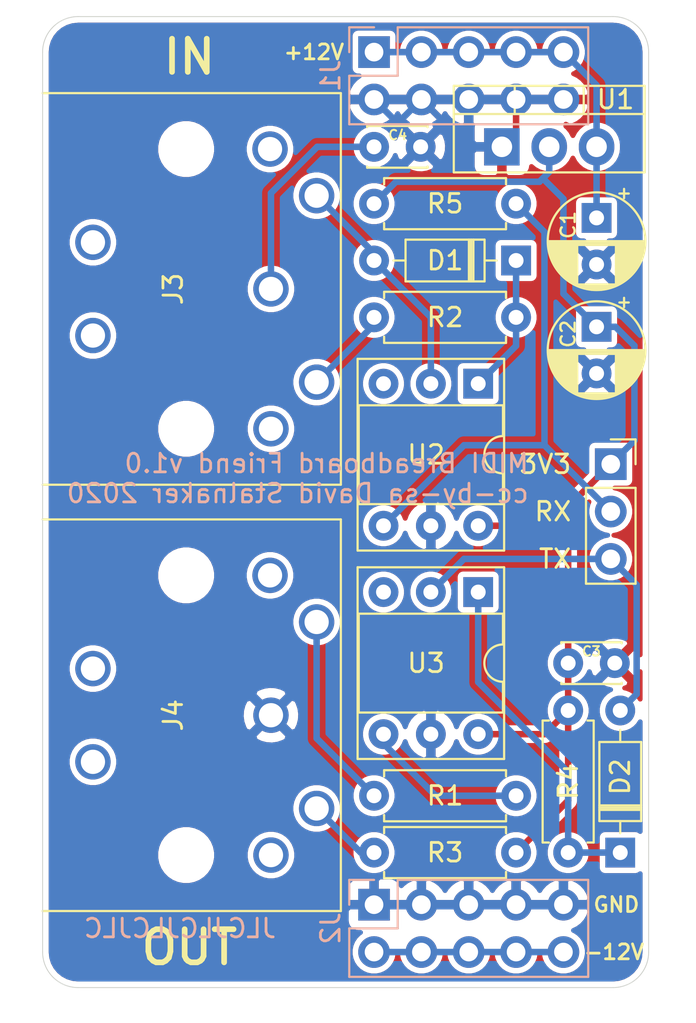
<source format=kicad_pcb>
(kicad_pcb (version 20171130) (host pcbnew "(5.1.6-0-10_14)")
  (layers (0 F.Cu signal) (31 B.Cu signal) (34 B.Paste user) (35 F.Paste user) (36 B.SilkS user) (37 F.SilkS user) (38 B.Mask user) (39 F.Mask user) (44 Edge.Cuts user))
  (net 0 "")
  (net 1 +12V)
  (net 2 GND)
  (net 3 VCC)
  (net 4 "Net-(C4-Pad1)")
  (net 5 "Net-(D1-Pad1)")
  (net 6 "Net-(D1-Pad2)")
  (net 7 -12V)
  (net 8 "Net-(J3-Pad4)")
  (net 9 "Net-(J4-Pad5)")
  (net 10 "Net-(J4-Pad4)")
  (net 11 "Net-(J5-Pad2)")
  (net 12 "Net-(D2-Pad1)")
  (net 13 "Net-(D2-Pad2)")
  (net 14 "Net-(R1-Pad1)")
  (module Capacitor_THT:C_Disc_D3.0mm_W2.0mm_P2.50mm (layer F.Cu) (at 152.654 121.666)
    (fp_text reference C3 (at 1.25 -0.635) (layer F.SilkS) (effects (font (size 0.508 0.508) (thickness 0.1016))))
    (fp_text value 100n)
    (fp_line (start -0.37 -1.12) (end 2.87 -1.12) (layer F.SilkS) (width 0.12))
    (fp_line (start -0.37 1.12) (end 2.87 1.12) (layer F.SilkS) (width 0.12))
    (fp_line (start -0.37 -1.12) (end -0.37 -1.055) (layer F.SilkS) (width 0.12))
    (fp_line (start -0.37 1.055) (end -0.37 1.12) (layer F.SilkS) (width 0.12))
    (fp_line (start 2.87 -1.12) (end 2.87 -1.055) (layer F.SilkS) (width 0.12))
    (fp_line (start 2.87 1.055) (end 2.87 1.12) (layer F.SilkS) (width 0.12))
    (pad 2 thru_hole circle (at 2.5 0) (size 1.6 1.6) (drill 0.8) (layers *.Cu *.Mask) (net 2 GND))
    (pad 1 thru_hole circle (at 0 0) (size 1.6 1.6) (drill 0.8) (layers *.Cu *.Mask) (net 3 VCC))
  )
  (module Capacitor_THT:C_Disc_D3.0mm_W2.0mm_P2.50mm (layer F.Cu) (at 142.24 93.98)
    (fp_text reference C4 (at 1.27 -0.635) (layer F.SilkS) (effects (font (size 0.508 0.508) (thickness 0.1016))))
    (fp_text value 100n)
    (fp_line (start 2.87 1.055) (end 2.87 1.12) (layer F.SilkS) (width 0.12))
    (fp_line (start 2.87 -1.12) (end 2.87 -1.055) (layer F.SilkS) (width 0.12))
    (fp_line (start -0.37 1.055) (end -0.37 1.12) (layer F.SilkS) (width 0.12))
    (fp_line (start -0.37 -1.12) (end -0.37 -1.055) (layer F.SilkS) (width 0.12))
    (fp_line (start -0.37 1.12) (end 2.87 1.12) (layer F.SilkS) (width 0.12))
    (fp_line (start -0.37 -1.12) (end 2.87 -1.12) (layer F.SilkS) (width 0.12))
    (pad 1 thru_hole circle (at 0 0) (size 1.6 1.6) (drill 0.8) (layers *.Cu *.Mask) (net 4 "Net-(C4-Pad1)"))
    (pad 2 thru_hole circle (at 2.5 0) (size 1.6 1.6) (drill 0.8) (layers *.Cu *.Mask) (net 2 GND))
  )
  (module Diode_THT:D_DO-35_SOD27_P7.62mm_Horizontal (layer F.Cu) (at 149.86 100.076 180)
    (fp_text reference D1 (at 3.81 0) (layer F.SilkS))
    (fp_text value D_Small)
    (fp_line (start 2.29 -1.12) (end 2.29 1.12) (layer F.SilkS) (width 0.12))
    (fp_line (start 2.53 -1.12) (end 2.53 1.12) (layer F.SilkS) (width 0.12))
    (fp_line (start 2.41 -1.12) (end 2.41 1.12) (layer F.SilkS) (width 0.12))
    (fp_line (start 6.58 0) (end 5.93 0) (layer F.SilkS) (width 0.12))
    (fp_line (start 1.04 0) (end 1.69 0) (layer F.SilkS) (width 0.12))
    (fp_line (start 5.93 -1.12) (end 1.69 -1.12) (layer F.SilkS) (width 0.12))
    (fp_line (start 5.93 1.12) (end 5.93 -1.12) (layer F.SilkS) (width 0.12))
    (fp_line (start 1.69 1.12) (end 5.93 1.12) (layer F.SilkS) (width 0.12))
    (fp_line (start 1.69 -1.12) (end 1.69 1.12) (layer F.SilkS) (width 0.12))
    (pad 1 thru_hole rect (at 0 0 180) (size 1.6 1.6) (drill 0.8) (layers *.Cu *.Mask) (net 5 "Net-(D1-Pad1)"))
    (pad 2 thru_hole oval (at 7.62 0 180) (size 1.6 1.6) (drill 0.8) (layers *.Cu *.Mask) (net 6 "Net-(D1-Pad2)"))
  )
  (module Connector_PinHeader_2.54mm:PinHeader_2x05_P2.54mm_Vertical (layer B.Cu) (at 142.24 88.9 270)
    (fp_text reference J1 (at 1.27 2.33 270) (layer B.SilkS) (effects (justify mirror)))
    (fp_text value Conn_02x05_Odd_Even)
    (fp_line (start -1.33 1.33) (end 0 1.33) (layer B.SilkS) (width 0.12))
    (fp_line (start -1.33 0) (end -1.33 1.33) (layer B.SilkS) (width 0.12))
    (fp_line (start 1.27 1.33) (end 3.87 1.33) (layer B.SilkS) (width 0.12))
    (fp_line (start 1.27 -1.27) (end 1.27 1.33) (layer B.SilkS) (width 0.12))
    (fp_line (start -1.33 -1.27) (end 1.27 -1.27) (layer B.SilkS) (width 0.12))
    (fp_line (start 3.87 1.33) (end 3.87 -11.49) (layer B.SilkS) (width 0.12))
    (fp_line (start -1.33 -1.27) (end -1.33 -11.49) (layer B.SilkS) (width 0.12))
    (fp_line (start -1.33 -11.49) (end 3.87 -11.49) (layer B.SilkS) (width 0.12))
    (pad 1 thru_hole rect (at 0 0 270) (size 1.7 1.7) (drill 1) (layers *.Cu *.Mask) (net 1 +12V))
    (pad 2 thru_hole oval (at 2.54 0 270) (size 1.7 1.7) (drill 1) (layers *.Cu *.Mask) (net 2 GND))
    (pad 3 thru_hole oval (at 0 -2.54 270) (size 1.7 1.7) (drill 1) (layers *.Cu *.Mask) (net 1 +12V))
    (pad 4 thru_hole oval (at 2.54 -2.54 270) (size 1.7 1.7) (drill 1) (layers *.Cu *.Mask) (net 2 GND))
    (pad 5 thru_hole oval (at 0 -5.08 270) (size 1.7 1.7) (drill 1) (layers *.Cu *.Mask) (net 1 +12V))
    (pad 6 thru_hole oval (at 2.54 -5.08 270) (size 1.7 1.7) (drill 1) (layers *.Cu *.Mask) (net 2 GND))
    (pad 7 thru_hole oval (at 0 -7.62 270) (size 1.7 1.7) (drill 1) (layers *.Cu *.Mask) (net 1 +12V))
    (pad 8 thru_hole oval (at 2.54 -7.62 270) (size 1.7 1.7) (drill 1) (layers *.Cu *.Mask) (net 2 GND))
    (pad 9 thru_hole oval (at 0 -10.16 270) (size 1.7 1.7) (drill 1) (layers *.Cu *.Mask) (net 1 +12V))
    (pad 10 thru_hole oval (at 2.54 -10.16 270) (size 1.7 1.7) (drill 1) (layers *.Cu *.Mask) (net 2 GND))
  )
  (module Connector_PinHeader_2.54mm:PinHeader_2x05_P2.54mm_Vertical (layer B.Cu) (at 142.24 134.62 270)
    (fp_text reference J2 (at 1.27 2.33 90) (layer B.SilkS) (effects (justify mirror)))
    (fp_text value Conn_02x05_Odd_Even)
    (fp_line (start -1.33 -11.49) (end 3.87 -11.49) (layer B.SilkS) (width 0.12))
    (fp_line (start -1.33 -1.27) (end -1.33 -11.49) (layer B.SilkS) (width 0.12))
    (fp_line (start 3.87 1.33) (end 3.87 -11.49) (layer B.SilkS) (width 0.12))
    (fp_line (start -1.33 -1.27) (end 1.27 -1.27) (layer B.SilkS) (width 0.12))
    (fp_line (start 1.27 -1.27) (end 1.27 1.33) (layer B.SilkS) (width 0.12))
    (fp_line (start 1.27 1.33) (end 3.87 1.33) (layer B.SilkS) (width 0.12))
    (fp_line (start -1.33 0) (end -1.33 1.33) (layer B.SilkS) (width 0.12))
    (fp_line (start -1.33 1.33) (end 0 1.33) (layer B.SilkS) (width 0.12))
    (pad 10 thru_hole oval (at 2.54 -10.16 270) (size 1.7 1.7) (drill 1) (layers *.Cu *.Mask) (net 7 -12V))
    (pad 9 thru_hole oval (at 0 -10.16 270) (size 1.7 1.7) (drill 1) (layers *.Cu *.Mask) (net 2 GND))
    (pad 8 thru_hole oval (at 2.54 -7.62 270) (size 1.7 1.7) (drill 1) (layers *.Cu *.Mask) (net 7 -12V))
    (pad 7 thru_hole oval (at 0 -7.62 270) (size 1.7 1.7) (drill 1) (layers *.Cu *.Mask) (net 2 GND))
    (pad 6 thru_hole oval (at 2.54 -5.08 270) (size 1.7 1.7) (drill 1) (layers *.Cu *.Mask) (net 7 -12V))
    (pad 5 thru_hole oval (at 0 -5.08 270) (size 1.7 1.7) (drill 1) (layers *.Cu *.Mask) (net 2 GND))
    (pad 4 thru_hole oval (at 2.54 -2.54 270) (size 1.7 1.7) (drill 1) (layers *.Cu *.Mask) (net 7 -12V))
    (pad 3 thru_hole oval (at 0 -2.54 270) (size 1.7 1.7) (drill 1) (layers *.Cu *.Mask) (net 2 GND))
    (pad 2 thru_hole oval (at 2.54 0 270) (size 1.7 1.7) (drill 1) (layers *.Cu *.Mask) (net 7 -12V))
    (pad 1 thru_hole rect (at 0 0 270) (size 1.7 1.7) (drill 1) (layers *.Cu *.Mask) (net 2 GND))
  )
  (module davidstalnaker:DIN_5_CUI_SDF-50J (layer F.Cu) (at 124.46 101.6 270)
    (fp_text reference J3 (at 0 -7 90) (layer F.SilkS))
    (fp_text value DIN-5_180degree)
    (fp_line (start 10.5 -16) (end 10.5 0) (layer F.SilkS) (width 0.12))
    (fp_line (start -10.5 -16) (end 10.5 -16) (layer F.SilkS) (width 0.12))
    (fp_line (start -10.5 0) (end -10.5 -16) (layer F.SilkS) (width 0.12))
    (pad "" np_thru_hole circle (at 7.5 -7.7 270) (size 2.4 2.4) (drill 2.4) (layers *.Cu *.Mask))
    (pad "" np_thru_hole circle (at -7.5 -7.7 270) (size 2.4 2.4) (drill 2.4) (layers *.Cu *.Mask))
    (pad 1 thru_hole circle (at 7.5 -12.25 270) (size 1.9 1.9) (drill 1.3) (layers *.Cu *.Mask))
    (pad 4 thru_hole circle (at 5 -14.7 270) (size 1.9 1.9) (drill 1.3) (layers *.Cu *.Mask) (net 8 "Net-(J3-Pad4)"))
    (pad 2 thru_hole circle (at 0 -12.25 270) (size 1.9 1.9) (drill 1.3) (layers *.Cu *.Mask) (net 4 "Net-(C4-Pad1)"))
    (pad 5 thru_hole circle (at -5 -14.7 270) (size 1.9 1.9) (drill 1.3) (layers *.Cu *.Mask) (net 6 "Net-(D1-Pad2)"))
    (pad 3 thru_hole circle (at -7.5 -12.2 270) (size 1.9 1.9) (drill 1.3) (layers *.Cu *.Mask))
    (pad S thru_hole circle (at -2.5 -2.7 270) (size 1.9 1.9) (drill 1.3) (layers *.Cu *.Mask))
    (pad S thru_hole circle (at 2.5 -2.7 270) (size 1.9 1.9) (drill 1.3) (layers *.Cu *.Mask))
  )
  (module davidstalnaker:DIN_5_CUI_SDF-50J (layer F.Cu) (at 124.46 124.46 270)
    (fp_text reference J4 (at 0 -7 90) (layer F.SilkS))
    (fp_text value DIN-5_180degree)
    (fp_line (start -10.5 0) (end -10.5 -16) (layer F.SilkS) (width 0.12))
    (fp_line (start -10.5 -16) (end 10.5 -16) (layer F.SilkS) (width 0.12))
    (fp_line (start 10.5 -16) (end 10.5 0) (layer F.SilkS) (width 0.12))
    (pad S thru_hole circle (at 2.5 -2.7 270) (size 1.9 1.9) (drill 1.3) (layers *.Cu *.Mask))
    (pad S thru_hole circle (at -2.5 -2.7 270) (size 1.9 1.9) (drill 1.3) (layers *.Cu *.Mask))
    (pad 3 thru_hole circle (at -7.5 -12.2 270) (size 1.9 1.9) (drill 1.3) (layers *.Cu *.Mask))
    (pad 5 thru_hole circle (at -5 -14.7 270) (size 1.9 1.9) (drill 1.3) (layers *.Cu *.Mask) (net 9 "Net-(J4-Pad5)"))
    (pad 2 thru_hole circle (at 0 -12.25 270) (size 1.9 1.9) (drill 1.3) (layers *.Cu *.Mask) (net 2 GND))
    (pad 4 thru_hole circle (at 5 -14.7 270) (size 1.9 1.9) (drill 1.3) (layers *.Cu *.Mask) (net 10 "Net-(J4-Pad4)"))
    (pad 1 thru_hole circle (at 7.5 -12.25 270) (size 1.9 1.9) (drill 1.3) (layers *.Cu *.Mask))
    (pad "" np_thru_hole circle (at -7.5 -7.7 270) (size 2.4 2.4) (drill 2.4) (layers *.Cu *.Mask))
    (pad "" np_thru_hole circle (at 7.5 -7.7 270) (size 2.4 2.4) (drill 2.4) (layers *.Cu *.Mask))
  )
  (module Connector_PinSocket_2.54mm:PinSocket_1x03_P2.54mm_Vertical (layer F.Cu) (at 154.94 110.998)
    (fp_text reference J5 hide)
    (fp_text value Conn_01x03)
    (fp_line (start 0 -1.33) (end 1.33 -1.33) (layer F.SilkS) (width 0.12))
    (fp_line (start 1.33 -1.33) (end 1.33 0) (layer F.SilkS) (width 0.12))
    (fp_line (start 1.33 1.27) (end 1.33 6.41) (layer F.SilkS) (width 0.12))
    (fp_line (start -1.33 6.41) (end 1.33 6.41) (layer F.SilkS) (width 0.12))
    (fp_line (start -1.33 1.27) (end -1.33 6.41) (layer F.SilkS) (width 0.12))
    (fp_line (start -1.33 1.27) (end 1.33 1.27) (layer F.SilkS) (width 0.12))
    (pad 1 thru_hole rect (at 0 0) (size 1.7 1.7) (drill 1) (layers *.Cu *.Mask) (net 3 VCC))
    (pad 2 thru_hole oval (at 0 2.54) (size 1.7 1.7) (drill 1) (layers *.Cu *.Mask) (net 11 "Net-(J5-Pad2)"))
    (pad 3 thru_hole oval (at 0 5.08) (size 1.7 1.7) (drill 1) (layers *.Cu *.Mask) (net 13 "Net-(D2-Pad2)"))
  )
  (module Resistor_THT:R_Axial_DIN0207_L6.3mm_D2.5mm_P7.62mm_Horizontal (layer F.Cu) (at 149.86 128.778 180)
    (fp_text reference R1 (at 3.81 0) (layer F.SilkS))
    (fp_text value 33)
    (fp_line (start 7.08 1.37) (end 7.08 1.04) (layer F.SilkS) (width 0.12))
    (fp_line (start 0.54 1.37) (end 7.08 1.37) (layer F.SilkS) (width 0.12))
    (fp_line (start 0.54 1.04) (end 0.54 1.37) (layer F.SilkS) (width 0.12))
    (fp_line (start 7.08 -1.37) (end 7.08 -1.04) (layer F.SilkS) (width 0.12))
    (fp_line (start 0.54 -1.37) (end 7.08 -1.37) (layer F.SilkS) (width 0.12))
    (fp_line (start 0.54 -1.04) (end 0.54 -1.37) (layer F.SilkS) (width 0.12))
    (pad 1 thru_hole circle (at 0 0 180) (size 1.6 1.6) (drill 0.8) (layers *.Cu *.Mask) (net 14 "Net-(R1-Pad1)"))
    (pad 2 thru_hole oval (at 7.62 0 180) (size 1.6 1.6) (drill 0.8) (layers *.Cu *.Mask) (net 9 "Net-(J4-Pad5)"))
  )
  (module Resistor_THT:R_Axial_DIN0207_L6.3mm_D2.5mm_P7.62mm_Horizontal (layer F.Cu) (at 149.86 103.124 180)
    (fp_text reference R2 (at 3.81 0) (layer F.SilkS))
    (fp_text value 220)
    (fp_line (start 7.08 1.37) (end 7.08 1.04) (layer F.SilkS) (width 0.12))
    (fp_line (start 0.54 1.37) (end 7.08 1.37) (layer F.SilkS) (width 0.12))
    (fp_line (start 0.54 1.04) (end 0.54 1.37) (layer F.SilkS) (width 0.12))
    (fp_line (start 7.08 -1.37) (end 7.08 -1.04) (layer F.SilkS) (width 0.12))
    (fp_line (start 0.54 -1.37) (end 7.08 -1.37) (layer F.SilkS) (width 0.12))
    (fp_line (start 0.54 -1.04) (end 0.54 -1.37) (layer F.SilkS) (width 0.12))
    (pad 1 thru_hole circle (at 0 0 180) (size 1.6 1.6) (drill 0.8) (layers *.Cu *.Mask) (net 5 "Net-(D1-Pad1)"))
    (pad 2 thru_hole oval (at 7.62 0 180) (size 1.6 1.6) (drill 0.8) (layers *.Cu *.Mask) (net 8 "Net-(J3-Pad4)"))
  )
  (module Resistor_THT:R_Axial_DIN0207_L6.3mm_D2.5mm_P7.62mm_Horizontal (layer F.Cu) (at 142.24 131.826)
    (fp_text reference R3 (at 3.81 0) (layer F.SilkS))
    (fp_text value 10)
    (fp_line (start 0.54 -1.04) (end 0.54 -1.37) (layer F.SilkS) (width 0.12))
    (fp_line (start 0.54 -1.37) (end 7.08 -1.37) (layer F.SilkS) (width 0.12))
    (fp_line (start 7.08 -1.37) (end 7.08 -1.04) (layer F.SilkS) (width 0.12))
    (fp_line (start 0.54 1.04) (end 0.54 1.37) (layer F.SilkS) (width 0.12))
    (fp_line (start 0.54 1.37) (end 7.08 1.37) (layer F.SilkS) (width 0.12))
    (fp_line (start 7.08 1.37) (end 7.08 1.04) (layer F.SilkS) (width 0.12))
    (pad 2 thru_hole oval (at 7.62 0) (size 1.6 1.6) (drill 0.8) (layers *.Cu *.Mask) (net 3 VCC))
    (pad 1 thru_hole circle (at 0 0) (size 1.6 1.6) (drill 0.8) (layers *.Cu *.Mask) (net 10 "Net-(J4-Pad4)"))
  )
  (module Resistor_THT:R_Axial_DIN0207_L6.3mm_D2.5mm_P7.62mm_Horizontal (layer F.Cu) (at 149.86 97.028 180)
    (fp_text reference R5 (at 3.81 0) (layer F.SilkS))
    (fp_text value 1K)
    (fp_line (start 7.08 1.37) (end 7.08 1.04) (layer F.SilkS) (width 0.12))
    (fp_line (start 0.54 1.37) (end 7.08 1.37) (layer F.SilkS) (width 0.12))
    (fp_line (start 0.54 1.04) (end 0.54 1.37) (layer F.SilkS) (width 0.12))
    (fp_line (start 7.08 -1.37) (end 7.08 -1.04) (layer F.SilkS) (width 0.12))
    (fp_line (start 0.54 -1.37) (end 7.08 -1.37) (layer F.SilkS) (width 0.12))
    (fp_line (start 0.54 -1.04) (end 0.54 -1.37) (layer F.SilkS) (width 0.12))
    (pad 1 thru_hole circle (at 0 0 180) (size 1.6 1.6) (drill 0.8) (layers *.Cu *.Mask) (net 11 "Net-(J5-Pad2)"))
    (pad 2 thru_hole oval (at 7.62 0 180) (size 1.6 1.6) (drill 0.8) (layers *.Cu *.Mask) (net 3 VCC))
  )
  (module Package_TO_SOT_THT:TO-220-3_Vertical (layer F.Cu) (at 149.098 93.98)
    (fp_text reference U1 (at 6.096 -2.54) (layer F.SilkS))
    (fp_text value TLV1117-33)
    (fp_line (start 4.391 -3.27) (end 4.391 -1.76) (layer F.SilkS) (width 0.12))
    (fp_line (start 0.69 -3.27) (end 0.69 -1.76) (layer F.SilkS) (width 0.12))
    (fp_line (start -2.58 -1.76) (end 7.66 -1.76) (layer F.SilkS) (width 0.12))
    (fp_line (start 7.66 -3.27) (end 7.66 1.371) (layer F.SilkS) (width 0.12))
    (fp_line (start -2.58 -3.27) (end -2.58 1.371) (layer F.SilkS) (width 0.12))
    (fp_line (start -2.58 1.371) (end 7.66 1.371) (layer F.SilkS) (width 0.12))
    (fp_line (start -2.58 -3.27) (end 7.66 -3.27) (layer F.SilkS) (width 0.12))
    (pad 1 thru_hole rect (at 0 0) (size 1.905 2) (drill 1.1) (layers *.Cu *.Mask) (net 2 GND))
    (pad 2 thru_hole oval (at 2.54 0) (size 1.905 2) (drill 1.1) (layers *.Cu *.Mask) (net 3 VCC))
    (pad 3 thru_hole oval (at 5.08 0) (size 1.905 2) (drill 1.1) (layers *.Cu *.Mask) (net 1 +12V))
  )
  (module Package_DIP:DIP-6_W7.62mm_Socket (layer F.Cu) (at 147.828 106.68 270)
    (fp_text reference U2 (at 3.81 2.794 180) (layer F.SilkS))
    (fp_text value H11L1)
    (fp_line (start 8.95 -1.39) (end -1.33 -1.39) (layer F.SilkS) (width 0.12))
    (fp_line (start 8.95 6.47) (end 8.95 -1.39) (layer F.SilkS) (width 0.12))
    (fp_line (start -1.33 6.47) (end 8.95 6.47) (layer F.SilkS) (width 0.12))
    (fp_line (start -1.33 -1.39) (end -1.33 6.47) (layer F.SilkS) (width 0.12))
    (fp_line (start 6.46 -1.33) (end 4.81 -1.33) (layer F.SilkS) (width 0.12))
    (fp_line (start 6.46 6.41) (end 6.46 -1.33) (layer F.SilkS) (width 0.12))
    (fp_line (start 1.16 6.41) (end 6.46 6.41) (layer F.SilkS) (width 0.12))
    (fp_line (start 1.16 -1.33) (end 1.16 6.41) (layer F.SilkS) (width 0.12))
    (fp_line (start 2.81 -1.33) (end 1.16 -1.33) (layer F.SilkS) (width 0.12))
    (fp_arc (start 3.81 -1.33) (end 2.81 -1.33) (angle -180) (layer F.SilkS) (width 0.12))
    (pad 1 thru_hole rect (at 0 0 270) (size 1.6 1.6) (drill 0.8) (layers *.Cu *.Mask) (net 5 "Net-(D1-Pad1)"))
    (pad 4 thru_hole oval (at 7.62 5.08 270) (size 1.6 1.6) (drill 0.8) (layers *.Cu *.Mask) (net 11 "Net-(J5-Pad2)"))
    (pad 2 thru_hole oval (at 0 2.54 270) (size 1.6 1.6) (drill 0.8) (layers *.Cu *.Mask) (net 6 "Net-(D1-Pad2)"))
    (pad 5 thru_hole oval (at 7.62 2.54 270) (size 1.6 1.6) (drill 0.8) (layers *.Cu *.Mask) (net 2 GND))
    (pad 3 thru_hole oval (at 0 5.08 270) (size 1.6 1.6) (drill 0.8) (layers *.Cu *.Mask))
    (pad 6 thru_hole oval (at 7.62 0 270) (size 1.6 1.6) (drill 0.8) (layers *.Cu *.Mask) (net 3 VCC))
  )
  (module Capacitor_THT:CP_Radial_D5.0mm_P2.50mm (layer F.Cu) (at 154.178 97.79 270)
    (fp_text reference C1 (at 0.381 1.524 90) (layer F.SilkS) (effects (font (size 0.762 0.762) (thickness 0.127))))
    (fp_text value 47u)
    (fp_line (start -1.304775 -1.725) (end -1.304775 -1.225) (layer F.SilkS) (width 0.12))
    (fp_line (start -1.554775 -1.475) (end -1.054775 -1.475) (layer F.SilkS) (width 0.12))
    (fp_line (start 3.851 -0.284) (end 3.851 0.284) (layer F.SilkS) (width 0.12))
    (fp_line (start 3.811 -0.518) (end 3.811 0.518) (layer F.SilkS) (width 0.12))
    (fp_line (start 3.771 -0.677) (end 3.771 0.677) (layer F.SilkS) (width 0.12))
    (fp_line (start 3.731 -0.805) (end 3.731 0.805) (layer F.SilkS) (width 0.12))
    (fp_line (start 3.691 -0.915) (end 3.691 0.915) (layer F.SilkS) (width 0.12))
    (fp_line (start 3.651 -1.011) (end 3.651 1.011) (layer F.SilkS) (width 0.12))
    (fp_line (start 3.611 -1.098) (end 3.611 1.098) (layer F.SilkS) (width 0.12))
    (fp_line (start 3.571 -1.178) (end 3.571 1.178) (layer F.SilkS) (width 0.12))
    (fp_line (start 3.531 1.04) (end 3.531 1.251) (layer F.SilkS) (width 0.12))
    (fp_line (start 3.531 -1.251) (end 3.531 -1.04) (layer F.SilkS) (width 0.12))
    (fp_line (start 3.491 1.04) (end 3.491 1.319) (layer F.SilkS) (width 0.12))
    (fp_line (start 3.491 -1.319) (end 3.491 -1.04) (layer F.SilkS) (width 0.12))
    (fp_line (start 3.451 1.04) (end 3.451 1.383) (layer F.SilkS) (width 0.12))
    (fp_line (start 3.451 -1.383) (end 3.451 -1.04) (layer F.SilkS) (width 0.12))
    (fp_line (start 3.411 1.04) (end 3.411 1.443) (layer F.SilkS) (width 0.12))
    (fp_line (start 3.411 -1.443) (end 3.411 -1.04) (layer F.SilkS) (width 0.12))
    (fp_line (start 3.371 1.04) (end 3.371 1.5) (layer F.SilkS) (width 0.12))
    (fp_line (start 3.371 -1.5) (end 3.371 -1.04) (layer F.SilkS) (width 0.12))
    (fp_line (start 3.331 1.04) (end 3.331 1.554) (layer F.SilkS) (width 0.12))
    (fp_line (start 3.331 -1.554) (end 3.331 -1.04) (layer F.SilkS) (width 0.12))
    (fp_line (start 3.291 1.04) (end 3.291 1.605) (layer F.SilkS) (width 0.12))
    (fp_line (start 3.291 -1.605) (end 3.291 -1.04) (layer F.SilkS) (width 0.12))
    (fp_line (start 3.251 1.04) (end 3.251 1.653) (layer F.SilkS) (width 0.12))
    (fp_line (start 3.251 -1.653) (end 3.251 -1.04) (layer F.SilkS) (width 0.12))
    (fp_line (start 3.211 1.04) (end 3.211 1.699) (layer F.SilkS) (width 0.12))
    (fp_line (start 3.211 -1.699) (end 3.211 -1.04) (layer F.SilkS) (width 0.12))
    (fp_line (start 3.171 1.04) (end 3.171 1.743) (layer F.SilkS) (width 0.12))
    (fp_line (start 3.171 -1.743) (end 3.171 -1.04) (layer F.SilkS) (width 0.12))
    (fp_line (start 3.131 1.04) (end 3.131 1.785) (layer F.SilkS) (width 0.12))
    (fp_line (start 3.131 -1.785) (end 3.131 -1.04) (layer F.SilkS) (width 0.12))
    (fp_line (start 3.091 1.04) (end 3.091 1.826) (layer F.SilkS) (width 0.12))
    (fp_line (start 3.091 -1.826) (end 3.091 -1.04) (layer F.SilkS) (width 0.12))
    (fp_line (start 3.051 1.04) (end 3.051 1.864) (layer F.SilkS) (width 0.12))
    (fp_line (start 3.051 -1.864) (end 3.051 -1.04) (layer F.SilkS) (width 0.12))
    (fp_line (start 3.011 1.04) (end 3.011 1.901) (layer F.SilkS) (width 0.12))
    (fp_line (start 3.011 -1.901) (end 3.011 -1.04) (layer F.SilkS) (width 0.12))
    (fp_line (start 2.971 1.04) (end 2.971 1.937) (layer F.SilkS) (width 0.12))
    (fp_line (start 2.971 -1.937) (end 2.971 -1.04) (layer F.SilkS) (width 0.12))
    (fp_line (start 2.931 1.04) (end 2.931 1.971) (layer F.SilkS) (width 0.12))
    (fp_line (start 2.931 -1.971) (end 2.931 -1.04) (layer F.SilkS) (width 0.12))
    (fp_line (start 2.891 1.04) (end 2.891 2.004) (layer F.SilkS) (width 0.12))
    (fp_line (start 2.891 -2.004) (end 2.891 -1.04) (layer F.SilkS) (width 0.12))
    (fp_line (start 2.851 1.04) (end 2.851 2.035) (layer F.SilkS) (width 0.12))
    (fp_line (start 2.851 -2.035) (end 2.851 -1.04) (layer F.SilkS) (width 0.12))
    (fp_line (start 2.811 1.04) (end 2.811 2.065) (layer F.SilkS) (width 0.12))
    (fp_line (start 2.811 -2.065) (end 2.811 -1.04) (layer F.SilkS) (width 0.12))
    (fp_line (start 2.771 1.04) (end 2.771 2.095) (layer F.SilkS) (width 0.12))
    (fp_line (start 2.771 -2.095) (end 2.771 -1.04) (layer F.SilkS) (width 0.12))
    (fp_line (start 2.731 1.04) (end 2.731 2.122) (layer F.SilkS) (width 0.12))
    (fp_line (start 2.731 -2.122) (end 2.731 -1.04) (layer F.SilkS) (width 0.12))
    (fp_line (start 2.691 1.04) (end 2.691 2.149) (layer F.SilkS) (width 0.12))
    (fp_line (start 2.691 -2.149) (end 2.691 -1.04) (layer F.SilkS) (width 0.12))
    (fp_line (start 2.651 1.04) (end 2.651 2.175) (layer F.SilkS) (width 0.12))
    (fp_line (start 2.651 -2.175) (end 2.651 -1.04) (layer F.SilkS) (width 0.12))
    (fp_line (start 2.611 1.04) (end 2.611 2.2) (layer F.SilkS) (width 0.12))
    (fp_line (start 2.611 -2.2) (end 2.611 -1.04) (layer F.SilkS) (width 0.12))
    (fp_line (start 2.571 1.04) (end 2.571 2.224) (layer F.SilkS) (width 0.12))
    (fp_line (start 2.571 -2.224) (end 2.571 -1.04) (layer F.SilkS) (width 0.12))
    (fp_line (start 2.531 1.04) (end 2.531 2.247) (layer F.SilkS) (width 0.12))
    (fp_line (start 2.531 -2.247) (end 2.531 -1.04) (layer F.SilkS) (width 0.12))
    (fp_line (start 2.491 1.04) (end 2.491 2.268) (layer F.SilkS) (width 0.12))
    (fp_line (start 2.491 -2.268) (end 2.491 -1.04) (layer F.SilkS) (width 0.12))
    (fp_line (start 2.451 1.04) (end 2.451 2.29) (layer F.SilkS) (width 0.12))
    (fp_line (start 2.451 -2.29) (end 2.451 -1.04) (layer F.SilkS) (width 0.12))
    (fp_line (start 2.411 1.04) (end 2.411 2.31) (layer F.SilkS) (width 0.12))
    (fp_line (start 2.411 -2.31) (end 2.411 -1.04) (layer F.SilkS) (width 0.12))
    (fp_line (start 2.371 1.04) (end 2.371 2.329) (layer F.SilkS) (width 0.12))
    (fp_line (start 2.371 -2.329) (end 2.371 -1.04) (layer F.SilkS) (width 0.12))
    (fp_line (start 2.331 1.04) (end 2.331 2.348) (layer F.SilkS) (width 0.12))
    (fp_line (start 2.331 -2.348) (end 2.331 -1.04) (layer F.SilkS) (width 0.12))
    (fp_line (start 2.291 1.04) (end 2.291 2.365) (layer F.SilkS) (width 0.12))
    (fp_line (start 2.291 -2.365) (end 2.291 -1.04) (layer F.SilkS) (width 0.12))
    (fp_line (start 2.251 1.04) (end 2.251 2.382) (layer F.SilkS) (width 0.12))
    (fp_line (start 2.251 -2.382) (end 2.251 -1.04) (layer F.SilkS) (width 0.12))
    (fp_line (start 2.211 1.04) (end 2.211 2.398) (layer F.SilkS) (width 0.12))
    (fp_line (start 2.211 -2.398) (end 2.211 -1.04) (layer F.SilkS) (width 0.12))
    (fp_line (start 2.171 1.04) (end 2.171 2.414) (layer F.SilkS) (width 0.12))
    (fp_line (start 2.171 -2.414) (end 2.171 -1.04) (layer F.SilkS) (width 0.12))
    (fp_line (start 2.131 1.04) (end 2.131 2.428) (layer F.SilkS) (width 0.12))
    (fp_line (start 2.131 -2.428) (end 2.131 -1.04) (layer F.SilkS) (width 0.12))
    (fp_line (start 2.091 1.04) (end 2.091 2.442) (layer F.SilkS) (width 0.12))
    (fp_line (start 2.091 -2.442) (end 2.091 -1.04) (layer F.SilkS) (width 0.12))
    (fp_line (start 2.051 1.04) (end 2.051 2.455) (layer F.SilkS) (width 0.12))
    (fp_line (start 2.051 -2.455) (end 2.051 -1.04) (layer F.SilkS) (width 0.12))
    (fp_line (start 2.011 1.04) (end 2.011 2.468) (layer F.SilkS) (width 0.12))
    (fp_line (start 2.011 -2.468) (end 2.011 -1.04) (layer F.SilkS) (width 0.12))
    (fp_line (start 1.971 1.04) (end 1.971 2.48) (layer F.SilkS) (width 0.12))
    (fp_line (start 1.971 -2.48) (end 1.971 -1.04) (layer F.SilkS) (width 0.12))
    (fp_line (start 1.93 1.04) (end 1.93 2.491) (layer F.SilkS) (width 0.12))
    (fp_line (start 1.93 -2.491) (end 1.93 -1.04) (layer F.SilkS) (width 0.12))
    (fp_line (start 1.89 1.04) (end 1.89 2.501) (layer F.SilkS) (width 0.12))
    (fp_line (start 1.89 -2.501) (end 1.89 -1.04) (layer F.SilkS) (width 0.12))
    (fp_line (start 1.85 1.04) (end 1.85 2.511) (layer F.SilkS) (width 0.12))
    (fp_line (start 1.85 -2.511) (end 1.85 -1.04) (layer F.SilkS) (width 0.12))
    (fp_line (start 1.81 1.04) (end 1.81 2.52) (layer F.SilkS) (width 0.12))
    (fp_line (start 1.81 -2.52) (end 1.81 -1.04) (layer F.SilkS) (width 0.12))
    (fp_line (start 1.77 1.04) (end 1.77 2.528) (layer F.SilkS) (width 0.12))
    (fp_line (start 1.77 -2.528) (end 1.77 -1.04) (layer F.SilkS) (width 0.12))
    (fp_line (start 1.73 1.04) (end 1.73 2.536) (layer F.SilkS) (width 0.12))
    (fp_line (start 1.73 -2.536) (end 1.73 -1.04) (layer F.SilkS) (width 0.12))
    (fp_line (start 1.69 1.04) (end 1.69 2.543) (layer F.SilkS) (width 0.12))
    (fp_line (start 1.69 -2.543) (end 1.69 -1.04) (layer F.SilkS) (width 0.12))
    (fp_line (start 1.65 1.04) (end 1.65 2.55) (layer F.SilkS) (width 0.12))
    (fp_line (start 1.65 -2.55) (end 1.65 -1.04) (layer F.SilkS) (width 0.12))
    (fp_line (start 1.61 1.04) (end 1.61 2.556) (layer F.SilkS) (width 0.12))
    (fp_line (start 1.61 -2.556) (end 1.61 -1.04) (layer F.SilkS) (width 0.12))
    (fp_line (start 1.57 1.04) (end 1.57 2.561) (layer F.SilkS) (width 0.12))
    (fp_line (start 1.57 -2.561) (end 1.57 -1.04) (layer F.SilkS) (width 0.12))
    (fp_line (start 1.53 1.04) (end 1.53 2.565) (layer F.SilkS) (width 0.12))
    (fp_line (start 1.53 -2.565) (end 1.53 -1.04) (layer F.SilkS) (width 0.12))
    (fp_line (start 1.49 1.04) (end 1.49 2.569) (layer F.SilkS) (width 0.12))
    (fp_line (start 1.49 -2.569) (end 1.49 -1.04) (layer F.SilkS) (width 0.12))
    (fp_line (start 1.45 -2.573) (end 1.45 2.573) (layer F.SilkS) (width 0.12))
    (fp_line (start 1.41 -2.576) (end 1.41 2.576) (layer F.SilkS) (width 0.12))
    (fp_line (start 1.37 -2.578) (end 1.37 2.578) (layer F.SilkS) (width 0.12))
    (fp_line (start 1.33 -2.579) (end 1.33 2.579) (layer F.SilkS) (width 0.12))
    (fp_line (start 1.29 -2.58) (end 1.29 2.58) (layer F.SilkS) (width 0.12))
    (fp_line (start 1.25 -2.58) (end 1.25 2.58) (layer F.SilkS) (width 0.12))
    (fp_circle (center 1.25 0) (end 3.87 0) (layer F.SilkS) (width 0.12))
    (pad 1 thru_hole rect (at 0 0 270) (size 1.6 1.6) (drill 0.8) (layers *.Cu *.Mask) (net 1 +12V))
    (pad 2 thru_hole circle (at 2.5 0 270) (size 1.6 1.6) (drill 0.8) (layers *.Cu *.Mask) (net 2 GND))
  )
  (module Capacitor_THT:CP_Radial_D5.0mm_P2.50mm (layer F.Cu) (at 154.178 103.632 270)
    (fp_text reference C2 (at 0.381 1.524 90) (layer F.SilkS) (effects (font (size 0.762 0.762) (thickness 0.127))))
    (fp_text value 47u)
    (fp_circle (center 1.25 0) (end 3.87 0) (layer F.SilkS) (width 0.12))
    (fp_line (start 1.25 -2.58) (end 1.25 2.58) (layer F.SilkS) (width 0.12))
    (fp_line (start 1.29 -2.58) (end 1.29 2.58) (layer F.SilkS) (width 0.12))
    (fp_line (start 1.33 -2.579) (end 1.33 2.579) (layer F.SilkS) (width 0.12))
    (fp_line (start 1.37 -2.578) (end 1.37 2.578) (layer F.SilkS) (width 0.12))
    (fp_line (start 1.41 -2.576) (end 1.41 2.576) (layer F.SilkS) (width 0.12))
    (fp_line (start 1.45 -2.573) (end 1.45 2.573) (layer F.SilkS) (width 0.12))
    (fp_line (start 1.49 -2.569) (end 1.49 -1.04) (layer F.SilkS) (width 0.12))
    (fp_line (start 1.49 1.04) (end 1.49 2.569) (layer F.SilkS) (width 0.12))
    (fp_line (start 1.53 -2.565) (end 1.53 -1.04) (layer F.SilkS) (width 0.12))
    (fp_line (start 1.53 1.04) (end 1.53 2.565) (layer F.SilkS) (width 0.12))
    (fp_line (start 1.57 -2.561) (end 1.57 -1.04) (layer F.SilkS) (width 0.12))
    (fp_line (start 1.57 1.04) (end 1.57 2.561) (layer F.SilkS) (width 0.12))
    (fp_line (start 1.61 -2.556) (end 1.61 -1.04) (layer F.SilkS) (width 0.12))
    (fp_line (start 1.61 1.04) (end 1.61 2.556) (layer F.SilkS) (width 0.12))
    (fp_line (start 1.65 -2.55) (end 1.65 -1.04) (layer F.SilkS) (width 0.12))
    (fp_line (start 1.65 1.04) (end 1.65 2.55) (layer F.SilkS) (width 0.12))
    (fp_line (start 1.69 -2.543) (end 1.69 -1.04) (layer F.SilkS) (width 0.12))
    (fp_line (start 1.69 1.04) (end 1.69 2.543) (layer F.SilkS) (width 0.12))
    (fp_line (start 1.73 -2.536) (end 1.73 -1.04) (layer F.SilkS) (width 0.12))
    (fp_line (start 1.73 1.04) (end 1.73 2.536) (layer F.SilkS) (width 0.12))
    (fp_line (start 1.77 -2.528) (end 1.77 -1.04) (layer F.SilkS) (width 0.12))
    (fp_line (start 1.77 1.04) (end 1.77 2.528) (layer F.SilkS) (width 0.12))
    (fp_line (start 1.81 -2.52) (end 1.81 -1.04) (layer F.SilkS) (width 0.12))
    (fp_line (start 1.81 1.04) (end 1.81 2.52) (layer F.SilkS) (width 0.12))
    (fp_line (start 1.85 -2.511) (end 1.85 -1.04) (layer F.SilkS) (width 0.12))
    (fp_line (start 1.85 1.04) (end 1.85 2.511) (layer F.SilkS) (width 0.12))
    (fp_line (start 1.89 -2.501) (end 1.89 -1.04) (layer F.SilkS) (width 0.12))
    (fp_line (start 1.89 1.04) (end 1.89 2.501) (layer F.SilkS) (width 0.12))
    (fp_line (start 1.93 -2.491) (end 1.93 -1.04) (layer F.SilkS) (width 0.12))
    (fp_line (start 1.93 1.04) (end 1.93 2.491) (layer F.SilkS) (width 0.12))
    (fp_line (start 1.971 -2.48) (end 1.971 -1.04) (layer F.SilkS) (width 0.12))
    (fp_line (start 1.971 1.04) (end 1.971 2.48) (layer F.SilkS) (width 0.12))
    (fp_line (start 2.011 -2.468) (end 2.011 -1.04) (layer F.SilkS) (width 0.12))
    (fp_line (start 2.011 1.04) (end 2.011 2.468) (layer F.SilkS) (width 0.12))
    (fp_line (start 2.051 -2.455) (end 2.051 -1.04) (layer F.SilkS) (width 0.12))
    (fp_line (start 2.051 1.04) (end 2.051 2.455) (layer F.SilkS) (width 0.12))
    (fp_line (start 2.091 -2.442) (end 2.091 -1.04) (layer F.SilkS) (width 0.12))
    (fp_line (start 2.091 1.04) (end 2.091 2.442) (layer F.SilkS) (width 0.12))
    (fp_line (start 2.131 -2.428) (end 2.131 -1.04) (layer F.SilkS) (width 0.12))
    (fp_line (start 2.131 1.04) (end 2.131 2.428) (layer F.SilkS) (width 0.12))
    (fp_line (start 2.171 -2.414) (end 2.171 -1.04) (layer F.SilkS) (width 0.12))
    (fp_line (start 2.171 1.04) (end 2.171 2.414) (layer F.SilkS) (width 0.12))
    (fp_line (start 2.211 -2.398) (end 2.211 -1.04) (layer F.SilkS) (width 0.12))
    (fp_line (start 2.211 1.04) (end 2.211 2.398) (layer F.SilkS) (width 0.12))
    (fp_line (start 2.251 -2.382) (end 2.251 -1.04) (layer F.SilkS) (width 0.12))
    (fp_line (start 2.251 1.04) (end 2.251 2.382) (layer F.SilkS) (width 0.12))
    (fp_line (start 2.291 -2.365) (end 2.291 -1.04) (layer F.SilkS) (width 0.12))
    (fp_line (start 2.291 1.04) (end 2.291 2.365) (layer F.SilkS) (width 0.12))
    (fp_line (start 2.331 -2.348) (end 2.331 -1.04) (layer F.SilkS) (width 0.12))
    (fp_line (start 2.331 1.04) (end 2.331 2.348) (layer F.SilkS) (width 0.12))
    (fp_line (start 2.371 -2.329) (end 2.371 -1.04) (layer F.SilkS) (width 0.12))
    (fp_line (start 2.371 1.04) (end 2.371 2.329) (layer F.SilkS) (width 0.12))
    (fp_line (start 2.411 -2.31) (end 2.411 -1.04) (layer F.SilkS) (width 0.12))
    (fp_line (start 2.411 1.04) (end 2.411 2.31) (layer F.SilkS) (width 0.12))
    (fp_line (start 2.451 -2.29) (end 2.451 -1.04) (layer F.SilkS) (width 0.12))
    (fp_line (start 2.451 1.04) (end 2.451 2.29) (layer F.SilkS) (width 0.12))
    (fp_line (start 2.491 -2.268) (end 2.491 -1.04) (layer F.SilkS) (width 0.12))
    (fp_line (start 2.491 1.04) (end 2.491 2.268) (layer F.SilkS) (width 0.12))
    (fp_line (start 2.531 -2.247) (end 2.531 -1.04) (layer F.SilkS) (width 0.12))
    (fp_line (start 2.531 1.04) (end 2.531 2.247) (layer F.SilkS) (width 0.12))
    (fp_line (start 2.571 -2.224) (end 2.571 -1.04) (layer F.SilkS) (width 0.12))
    (fp_line (start 2.571 1.04) (end 2.571 2.224) (layer F.SilkS) (width 0.12))
    (fp_line (start 2.611 -2.2) (end 2.611 -1.04) (layer F.SilkS) (width 0.12))
    (fp_line (start 2.611 1.04) (end 2.611 2.2) (layer F.SilkS) (width 0.12))
    (fp_line (start 2.651 -2.175) (end 2.651 -1.04) (layer F.SilkS) (width 0.12))
    (fp_line (start 2.651 1.04) (end 2.651 2.175) (layer F.SilkS) (width 0.12))
    (fp_line (start 2.691 -2.149) (end 2.691 -1.04) (layer F.SilkS) (width 0.12))
    (fp_line (start 2.691 1.04) (end 2.691 2.149) (layer F.SilkS) (width 0.12))
    (fp_line (start 2.731 -2.122) (end 2.731 -1.04) (layer F.SilkS) (width 0.12))
    (fp_line (start 2.731 1.04) (end 2.731 2.122) (layer F.SilkS) (width 0.12))
    (fp_line (start 2.771 -2.095) (end 2.771 -1.04) (layer F.SilkS) (width 0.12))
    (fp_line (start 2.771 1.04) (end 2.771 2.095) (layer F.SilkS) (width 0.12))
    (fp_line (start 2.811 -2.065) (end 2.811 -1.04) (layer F.SilkS) (width 0.12))
    (fp_line (start 2.811 1.04) (end 2.811 2.065) (layer F.SilkS) (width 0.12))
    (fp_line (start 2.851 -2.035) (end 2.851 -1.04) (layer F.SilkS) (width 0.12))
    (fp_line (start 2.851 1.04) (end 2.851 2.035) (layer F.SilkS) (width 0.12))
    (fp_line (start 2.891 -2.004) (end 2.891 -1.04) (layer F.SilkS) (width 0.12))
    (fp_line (start 2.891 1.04) (end 2.891 2.004) (layer F.SilkS) (width 0.12))
    (fp_line (start 2.931 -1.971) (end 2.931 -1.04) (layer F.SilkS) (width 0.12))
    (fp_line (start 2.931 1.04) (end 2.931 1.971) (layer F.SilkS) (width 0.12))
    (fp_line (start 2.971 -1.937) (end 2.971 -1.04) (layer F.SilkS) (width 0.12))
    (fp_line (start 2.971 1.04) (end 2.971 1.937) (layer F.SilkS) (width 0.12))
    (fp_line (start 3.011 -1.901) (end 3.011 -1.04) (layer F.SilkS) (width 0.12))
    (fp_line (start 3.011 1.04) (end 3.011 1.901) (layer F.SilkS) (width 0.12))
    (fp_line (start 3.051 -1.864) (end 3.051 -1.04) (layer F.SilkS) (width 0.12))
    (fp_line (start 3.051 1.04) (end 3.051 1.864) (layer F.SilkS) (width 0.12))
    (fp_line (start 3.091 -1.826) (end 3.091 -1.04) (layer F.SilkS) (width 0.12))
    (fp_line (start 3.091 1.04) (end 3.091 1.826) (layer F.SilkS) (width 0.12))
    (fp_line (start 3.131 -1.785) (end 3.131 -1.04) (layer F.SilkS) (width 0.12))
    (fp_line (start 3.131 1.04) (end 3.131 1.785) (layer F.SilkS) (width 0.12))
    (fp_line (start 3.171 -1.743) (end 3.171 -1.04) (layer F.SilkS) (width 0.12))
    (fp_line (start 3.171 1.04) (end 3.171 1.743) (layer F.SilkS) (width 0.12))
    (fp_line (start 3.211 -1.699) (end 3.211 -1.04) (layer F.SilkS) (width 0.12))
    (fp_line (start 3.211 1.04) (end 3.211 1.699) (layer F.SilkS) (width 0.12))
    (fp_line (start 3.251 -1.653) (end 3.251 -1.04) (layer F.SilkS) (width 0.12))
    (fp_line (start 3.251 1.04) (end 3.251 1.653) (layer F.SilkS) (width 0.12))
    (fp_line (start 3.291 -1.605) (end 3.291 -1.04) (layer F.SilkS) (width 0.12))
    (fp_line (start 3.291 1.04) (end 3.291 1.605) (layer F.SilkS) (width 0.12))
    (fp_line (start 3.331 -1.554) (end 3.331 -1.04) (layer F.SilkS) (width 0.12))
    (fp_line (start 3.331 1.04) (end 3.331 1.554) (layer F.SilkS) (width 0.12))
    (fp_line (start 3.371 -1.5) (end 3.371 -1.04) (layer F.SilkS) (width 0.12))
    (fp_line (start 3.371 1.04) (end 3.371 1.5) (layer F.SilkS) (width 0.12))
    (fp_line (start 3.411 -1.443) (end 3.411 -1.04) (layer F.SilkS) (width 0.12))
    (fp_line (start 3.411 1.04) (end 3.411 1.443) (layer F.SilkS) (width 0.12))
    (fp_line (start 3.451 -1.383) (end 3.451 -1.04) (layer F.SilkS) (width 0.12))
    (fp_line (start 3.451 1.04) (end 3.451 1.383) (layer F.SilkS) (width 0.12))
    (fp_line (start 3.491 -1.319) (end 3.491 -1.04) (layer F.SilkS) (width 0.12))
    (fp_line (start 3.491 1.04) (end 3.491 1.319) (layer F.SilkS) (width 0.12))
    (fp_line (start 3.531 -1.251) (end 3.531 -1.04) (layer F.SilkS) (width 0.12))
    (fp_line (start 3.531 1.04) (end 3.531 1.251) (layer F.SilkS) (width 0.12))
    (fp_line (start 3.571 -1.178) (end 3.571 1.178) (layer F.SilkS) (width 0.12))
    (fp_line (start 3.611 -1.098) (end 3.611 1.098) (layer F.SilkS) (width 0.12))
    (fp_line (start 3.651 -1.011) (end 3.651 1.011) (layer F.SilkS) (width 0.12))
    (fp_line (start 3.691 -0.915) (end 3.691 0.915) (layer F.SilkS) (width 0.12))
    (fp_line (start 3.731 -0.805) (end 3.731 0.805) (layer F.SilkS) (width 0.12))
    (fp_line (start 3.771 -0.677) (end 3.771 0.677) (layer F.SilkS) (width 0.12))
    (fp_line (start 3.811 -0.518) (end 3.811 0.518) (layer F.SilkS) (width 0.12))
    (fp_line (start 3.851 -0.284) (end 3.851 0.284) (layer F.SilkS) (width 0.12))
    (fp_line (start -1.554775 -1.475) (end -1.054775 -1.475) (layer F.SilkS) (width 0.12))
    (fp_line (start -1.304775 -1.725) (end -1.304775 -1.225) (layer F.SilkS) (width 0.12))
    (pad 2 thru_hole circle (at 2.5 0 270) (size 1.6 1.6) (drill 0.8) (layers *.Cu *.Mask) (net 2 GND))
    (pad 1 thru_hole rect (at 0 0 270) (size 1.6 1.6) (drill 0.8) (layers *.Cu *.Mask) (net 3 VCC))
  )
  (module Diode_THT:D_DO-35_SOD27_P7.62mm_Horizontal (layer F.Cu) (at 155.448 131.826 90)
    (fp_text reference D2 (at 4.064 0 90) (layer F.SilkS))
    (fp_text value D_Small)
    (fp_line (start 1.69 -1.12) (end 1.69 1.12) (layer F.SilkS) (width 0.12))
    (fp_line (start 1.69 1.12) (end 5.93 1.12) (layer F.SilkS) (width 0.12))
    (fp_line (start 5.93 1.12) (end 5.93 -1.12) (layer F.SilkS) (width 0.12))
    (fp_line (start 5.93 -1.12) (end 1.69 -1.12) (layer F.SilkS) (width 0.12))
    (fp_line (start 1.04 0) (end 1.69 0) (layer F.SilkS) (width 0.12))
    (fp_line (start 6.58 0) (end 5.93 0) (layer F.SilkS) (width 0.12))
    (fp_line (start 2.41 -1.12) (end 2.41 1.12) (layer F.SilkS) (width 0.12))
    (fp_line (start 2.53 -1.12) (end 2.53 1.12) (layer F.SilkS) (width 0.12))
    (fp_line (start 2.29 -1.12) (end 2.29 1.12) (layer F.SilkS) (width 0.12))
    (pad 1 thru_hole rect (at 0 0 90) (size 1.6 1.6) (drill 0.8) (layers *.Cu *.Mask) (net 12 "Net-(D2-Pad1)"))
    (pad 2 thru_hole oval (at 7.62 0 90) (size 1.6 1.6) (drill 0.8) (layers *.Cu *.Mask) (net 13 "Net-(D2-Pad2)"))
  )
  (module Resistor_THT:R_Axial_DIN0207_L6.3mm_D2.5mm_P7.62mm_Horizontal (layer F.Cu) (at 152.654 131.826 90)
    (fp_text reference R4 (at 3.81 -0.001001 90) (layer F.SilkS))
    (fp_text value 470)
    (fp_line (start 0.54 -1.04) (end 0.54 -1.37) (layer F.SilkS) (width 0.12))
    (fp_line (start 0.54 -1.37) (end 7.08 -1.37) (layer F.SilkS) (width 0.12))
    (fp_line (start 7.08 -1.37) (end 7.08 -1.04) (layer F.SilkS) (width 0.12))
    (fp_line (start 0.54 1.04) (end 0.54 1.37) (layer F.SilkS) (width 0.12))
    (fp_line (start 0.54 1.37) (end 7.08 1.37) (layer F.SilkS) (width 0.12))
    (fp_line (start 7.08 1.37) (end 7.08 1.04) (layer F.SilkS) (width 0.12))
    (pad 1 thru_hole circle (at 0 0 90) (size 1.6 1.6) (drill 0.8) (layers *.Cu *.Mask) (net 12 "Net-(D2-Pad1)"))
    (pad 2 thru_hole oval (at 7.62 0 90) (size 1.6 1.6) (drill 0.8) (layers *.Cu *.Mask) (net 3 VCC))
  )
  (module Package_DIP:DIP-6_W7.62mm_Socket (layer F.Cu) (at 147.828 117.856 270)
    (fp_text reference U3 (at 3.81 2.794 180) (layer F.SilkS))
    (fp_text value H11L1)
    (fp_line (start 2.81 -1.33) (end 1.16 -1.33) (layer F.SilkS) (width 0.12))
    (fp_line (start 1.16 -1.33) (end 1.16 6.41) (layer F.SilkS) (width 0.12))
    (fp_line (start 1.16 6.41) (end 6.46 6.41) (layer F.SilkS) (width 0.12))
    (fp_line (start 6.46 6.41) (end 6.46 -1.33) (layer F.SilkS) (width 0.12))
    (fp_line (start 6.46 -1.33) (end 4.81 -1.33) (layer F.SilkS) (width 0.12))
    (fp_line (start -1.33 -1.39) (end -1.33 6.47) (layer F.SilkS) (width 0.12))
    (fp_line (start -1.33 6.47) (end 8.95 6.47) (layer F.SilkS) (width 0.12))
    (fp_line (start 8.95 6.47) (end 8.95 -1.39) (layer F.SilkS) (width 0.12))
    (fp_line (start 8.95 -1.39) (end -1.33 -1.39) (layer F.SilkS) (width 0.12))
    (fp_arc (start 3.81 -1.33) (end 2.81 -1.33) (angle -180) (layer F.SilkS) (width 0.12))
    (pad 1 thru_hole rect (at 0 0 270) (size 1.6 1.6) (drill 0.8) (layers *.Cu *.Mask) (net 12 "Net-(D2-Pad1)"))
    (pad 4 thru_hole oval (at 7.62 5.08 270) (size 1.6 1.6) (drill 0.8) (layers *.Cu *.Mask) (net 14 "Net-(R1-Pad1)"))
    (pad 2 thru_hole oval (at 0 2.54 270) (size 1.6 1.6) (drill 0.8) (layers *.Cu *.Mask) (net 13 "Net-(D2-Pad2)"))
    (pad 5 thru_hole oval (at 7.62 2.54 270) (size 1.6 1.6) (drill 0.8) (layers *.Cu *.Mask) (net 2 GND))
    (pad 3 thru_hole oval (at 0 5.08 270) (size 1.6 1.6) (drill 0.8) (layers *.Cu *.Mask))
    (pad 6 thru_hole oval (at 7.62 0 270) (size 1.6 1.6) (drill 0.8) (layers *.Cu *.Mask) (net 3 VCC))
  )
  (gr_text -12V (at 153.416 137.16) (layer F.SilkS) (effects (font (size 0.8 0.8)) (justify left)))
  (gr_text GND (at 153.924 134.62) (layer F.SilkS) (effects (font (size 0.8 0.8)) (justify left)))
  (gr_text +12V (at 140.716 88.9) (layer F.SilkS) (effects (font (size 0.8 0.8)) (justify right)))
  (gr_text "MIDI Breadboard Friend v1.0\ncc-by-sa David Stalnaker 2020\n" (at 150.622 111.76) (layer B.SilkS) (effects (font (size 1 1)) (justify left mirror)))
  (gr_text JLCJLCJLCJLC (at 131.826 135.89) (layer B.SilkS) (effects (font (size 1 1)) (justify mirror)))
  (gr_text IN (at 132.334 89.154) (layer F.SilkS) (effects (font (size 1.778 1.778) (thickness 0.3048))))
  (gr_text "OUT\n" (at 132.334 136.906) (layer F.SilkS) (effects (font (size 1.778 1.778) (thickness 0.3048))))
  (gr_text TX (at 152.908 116.078) (layer F.SilkS) (effects (font (size 1 1)) (justify right)))
  (gr_text RX (at 152.908 113.538) (layer F.SilkS) (effects (font (size 1 1)) (justify right)))
  (gr_text 3V3 (at 152.908 110.998) (layer F.SilkS) (effects (font (size 1 1)) (justify right)))
  (gr_arc (start 126.365 88.9) (end 126.365 86.995) (angle -90) (layer Edge.Cuts) (width 0.05))
  (gr_arc (start 155.067 88.9) (end 156.972 88.9) (angle -90) (layer Edge.Cuts) (width 0.05))
  (gr_line (start 156.972 137.16) (end 156.972 88.9) (layer Edge.Cuts) (width 0.05))
  (gr_line (start 124.46 137.16) (end 124.46 88.9) (layer Edge.Cuts) (width 0.05))
  (gr_arc (start 126.365 137.16) (end 124.46 137.16) (angle -90) (layer Edge.Cuts) (width 0.05))
  (gr_arc (start 155.067 137.16) (end 155.067 139.065) (angle -90) (layer Edge.Cuts) (width 0.05))
  (gr_line (start 126.365 139.065) (end 155.067 139.065) (layer Edge.Cuts) (width 0.05))
  (gr_line (start 126.365 86.995) (end 155.067 86.995) (layer Edge.Cuts) (width 0.05))
  (segment (start 142.24 88.9) (end 152.4 88.9) (width 0.35) (layer B.Cu) (net 1))
  (segment (start 154.178 90.678) (end 152.4 88.9) (width 0.35) (layer B.Cu) (net 1))
  (segment (start 154.178 93.98) (end 154.178 90.678) (width 0.35) (layer B.Cu) (net 1))
  (segment (start 154.178 93.98) (end 154.178 97.79) (width 0.35) (layer B.Cu) (net 1))
  (segment (start 144.78 91.44) (end 146.304 92.964) (width 0.35) (layer F.Cu) (net 2))
  (segment (start 142.24 91.44) (end 143.51 92.71) (width 0.35) (layer B.Cu) (net 2))
  (segment (start 143.51 92.71) (end 144.78 91.44) (width 0.35) (layer B.Cu) (net 2))
  (segment (start 144.78 91.44) (end 146.05 92.71) (width 0.35) (layer B.Cu) (net 2))
  (segment (start 149.86 93.218) (end 149.098 93.98) (width 0.35) (layer F.Cu) (net 2))
  (segment (start 149.86 91.44) (end 149.86 93.218) (width 0.35) (layer F.Cu) (net 2))
  (segment (start 143.415001 95.852999) (end 142.24 97.028) (width 0.35) (layer B.Cu) (net 3))
  (segment (start 151.115001 95.852999) (end 143.415001 95.852999) (width 0.35) (layer B.Cu) (net 3))
  (segment (start 151.638 93.98) (end 151.638 95.33) (width 0.35) (layer B.Cu) (net 3))
  (segment (start 152.4 96.774) (end 151.297 95.671) (width 0.35) (layer B.Cu) (net 3))
  (segment (start 152.4 101.854) (end 152.4 96.774) (width 0.35) (layer B.Cu) (net 3))
  (segment (start 154.178 103.632) (end 152.4 101.854) (width 0.35) (layer B.Cu) (net 3))
  (segment (start 151.297 95.671) (end 151.115001 95.852999) (width 0.35) (layer B.Cu) (net 3))
  (segment (start 151.638 95.33) (end 151.297 95.671) (width 0.35) (layer B.Cu) (net 3))
  (segment (start 156.21 109.728) (end 154.94 110.998) (width 0.35) (layer B.Cu) (net 3))
  (segment (start 156.21 104.648) (end 156.21 109.728) (width 0.35) (layer B.Cu) (net 3))
  (segment (start 155.194 103.632) (end 156.21 104.648) (width 0.35) (layer B.Cu) (net 3))
  (segment (start 154.178 103.632) (end 155.194 103.632) (width 0.35) (layer B.Cu) (net 3))
  (segment (start 151.638 114.3) (end 154.94 110.998) (width 0.35) (layer F.Cu) (net 3))
  (segment (start 147.828 114.3) (end 151.638 114.3) (width 0.35) (layer F.Cu) (net 3))
  (segment (start 152.654 115.316) (end 151.638 114.3) (width 0.35) (layer F.Cu) (net 3))
  (segment (start 152.654 121.666) (end 152.654 115.316) (width 0.35) (layer F.Cu) (net 3))
  (segment (start 152.654 121.666) (end 152.654 124.206) (width 0.35) (layer F.Cu) (net 3))
  (segment (start 151.384 125.476) (end 152.654 124.206) (width 0.35) (layer F.Cu) (net 3))
  (segment (start 147.828 125.476) (end 151.384 125.476) (width 0.35) (layer F.Cu) (net 3))
  (segment (start 152.654 129.032) (end 152.654 124.206) (width 0.35) (layer F.Cu) (net 3))
  (segment (start 149.86 131.826) (end 152.654 129.032) (width 0.35) (layer F.Cu) (net 3))
  (segment (start 139.192 93.98) (end 142.24 93.98) (width 0.35) (layer B.Cu) (net 4))
  (segment (start 136.71 96.462) (end 139.192 93.98) (width 0.35) (layer B.Cu) (net 4))
  (segment (start 136.71 101.6) (end 136.71 96.462) (width 0.35) (layer B.Cu) (net 4))
  (segment (start 149.86 100.076) (end 149.86 103.124) (width 0.35) (layer B.Cu) (net 5))
  (segment (start 149.86 104.648) (end 147.828 106.68) (width 0.35) (layer B.Cu) (net 5))
  (segment (start 149.86 103.124) (end 149.86 104.648) (width 0.35) (layer B.Cu) (net 5))
  (segment (start 142.24 99.68) (end 142.24 100.076) (width 0.35) (layer B.Cu) (net 6))
  (segment (start 139.16 96.6) (end 142.24 99.68) (width 0.35) (layer B.Cu) (net 6))
  (segment (start 145.288 103.124) (end 145.288 106.68) (width 0.35) (layer B.Cu) (net 6))
  (segment (start 142.24 100.076) (end 145.288 103.124) (width 0.35) (layer B.Cu) (net 6))
  (segment (start 142.24 137.16) (end 152.4 137.16) (width 0.35) (layer B.Cu) (net 7))
  (segment (start 142.24 103.52) (end 142.24 103.124) (width 0.35) (layer B.Cu) (net 8))
  (segment (start 139.16 106.6) (end 142.24 103.52) (width 0.35) (layer B.Cu) (net 8))
  (segment (start 139.16 125.698) (end 142.24 128.778) (width 0.35) (layer B.Cu) (net 9))
  (segment (start 139.16 119.46) (end 139.16 125.698) (width 0.35) (layer B.Cu) (net 9))
  (segment (start 141.526 131.826) (end 142.24 131.826) (width 0.35) (layer B.Cu) (net 10))
  (segment (start 139.16 129.46) (end 141.526 131.826) (width 0.35) (layer B.Cu) (net 10))
  (segment (start 151.384 109.982) (end 154.94 113.538) (width 0.35) (layer B.Cu) (net 11))
  (segment (start 151.384 98.552) (end 151.384 109.982) (width 0.35) (layer B.Cu) (net 11))
  (segment (start 149.86 97.028) (end 151.384 98.552) (width 0.35) (layer B.Cu) (net 11))
  (segment (start 147.066 109.982) (end 151.384 109.982) (width 0.35) (layer B.Cu) (net 11))
  (segment (start 142.748 114.3) (end 147.066 109.982) (width 0.35) (layer B.Cu) (net 11))
  (segment (start 155.448 131.826) (end 152.654 131.826) (width 0.35) (layer B.Cu) (net 12))
  (segment (start 152.654 131.826) (end 152.654 127.508) (width 0.35) (layer B.Cu) (net 12))
  (segment (start 147.828 122.682) (end 147.828 117.856) (width 0.35) (layer B.Cu) (net 12))
  (segment (start 152.654 127.508) (end 147.828 122.682) (width 0.35) (layer B.Cu) (net 12))
  (segment (start 156.329001 123.324999) (end 155.448 124.206) (width 0.35) (layer B.Cu) (net 13))
  (segment (start 156.329001 117.467001) (end 156.329001 123.324999) (width 0.35) (layer B.Cu) (net 13))
  (segment (start 154.94 116.078) (end 156.329001 117.467001) (width 0.35) (layer B.Cu) (net 13))
  (segment (start 147.066 116.078) (end 145.288 117.856) (width 0.35) (layer B.Cu) (net 13))
  (segment (start 154.94 116.078) (end 147.066 116.078) (width 0.35) (layer B.Cu) (net 13))
  (segment (start 145.542 128.778) (end 149.86 128.778) (width 0.35) (layer B.Cu) (net 14))
  (segment (start 142.748 125.984) (end 145.542 128.778) (width 0.35) (layer B.Cu) (net 14))
  (segment (start 142.748 125.476) (end 142.748 125.984) (width 0.35) (layer B.Cu) (net 14))
  (zone (net 2) (net_name GND) (layer F.Cu) (connect_pads (clearance 0.3)) (min_thickness 0.254) (fill yes (arc_segments 32) (thermal_gap 0.508) (thermal_bridge_width 0.508))
    (polygon (pts (xy 157.48 140.716) (xy 122.174 140.208) (xy 123.444 86.106) (xy 158.75 86.106)))
  )
  (zone (net 2) (net_name GND) (layer B.Cu) (connect_pads (clearance 0.3)) (min_thickness 0.254) (fill yes (arc_segments 32) (thermal_gap 0.508) (thermal_bridge_width 0.508))
    (polygon (pts (xy 159.004 140.97) (xy 122.428 140.462) (xy 123.952 86.106) (xy 159.512 86.106)))
  )
)
</source>
